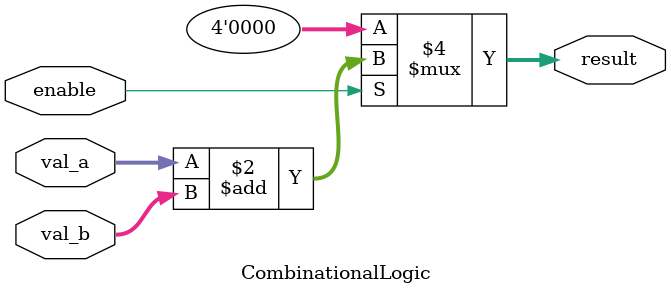
<source format=sv>
module CombinationalLogic (
    input logic enable,
    input logic [3:0] val_a,
    input logic [3:0] val_b,
    output logic [3:0] result
);
    always_comb begin
        if (enable) begin
            result = val_a + val_b;
        end else begin
            result = 4'h0;
        end
    end
endmodule


</source>
